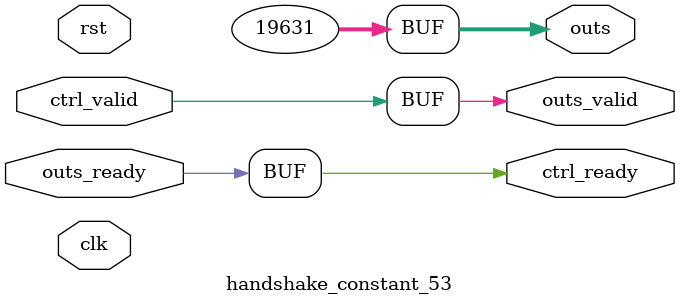
<source format=v>
`timescale 1ns / 1ps
module handshake_constant_53 #(
  parameter DATA_WIDTH = 32  // Default set to 32 bits
) (
  input                       clk,
  input                       rst,
  // Input Channel
  input                       ctrl_valid,
  output                      ctrl_ready,
  // Output Channel
  output [DATA_WIDTH - 1 : 0] outs,
  output                      outs_valid,
  input                       outs_ready
);
  assign outs       = 16'b0100110010101111;
  assign outs_valid = ctrl_valid;
  assign ctrl_ready = outs_ready;

endmodule

</source>
